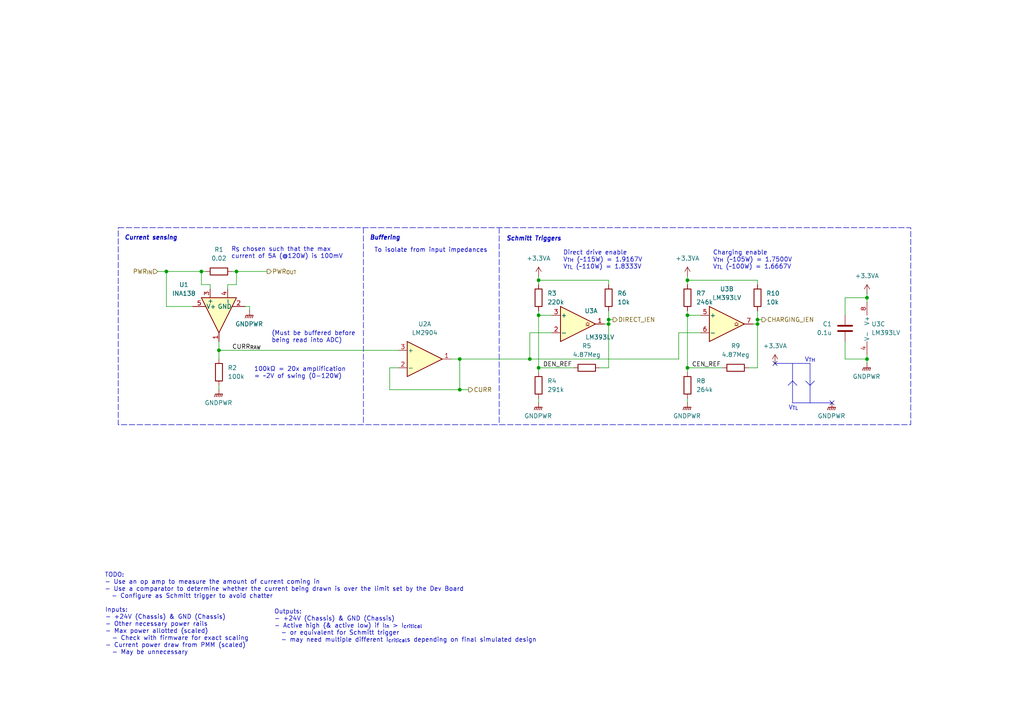
<source format=kicad_sch>
(kicad_sch (version 20231120) (generator "eeschema") (generator_version "8.0")
  (paper "A4")
  (title_block (title "Current Sensing") (date "2024-12-06") (rev "1") (company "UT Robomaster") (comment 1 "Robomaster"))
  (lib_symbols
    (symbol "! Robomaster ICs:LM393LV" (pin_names (offset 0.127))
      (property "Reference" "U" (at 3.81 3.81 0))
      (property "Value" "LM393LV" (at 6.35 -3.81 0))
      (symbol "LM393LV_1_1"
        (polyline (pts (xy -5.08 5.08) (xy 5.08 0) (xy -5.08 -5.08) (xy -5.08 5.08)) (stroke (width 0.254)) (fill (type background)))
        (polyline (pts (xy 3.302 -0.508) (xy 2.794 -0.508) (xy 3.302 0) (xy 2.794 0.508) (xy 2.286 0) (xy 2.794 -0.508) (xy 2.286 -0.508)) (stroke (width 0.127)))
        (pin open_collector line (at 7.62 0 180) (length 2.54) (name "~") (number "1"))
        (pin input line (at -7.62 -2.54 0) (length 2.54) (name "-") (number "2"))
        (pin input line (at -7.62 2.54 0) (length 2.54) (name "+") (number "3"))
      )
      (symbol "LM393LV_2_1"
        (polyline (pts (xy -5.08 5.08) (xy 5.08 0) (xy -5.08 -5.08) (xy -5.08 5.08)) (stroke (width 0.254)) (fill (type background)))
        (polyline (pts (xy 3.302 -0.508) (xy 2.794 -0.508) (xy 3.302 0) (xy 2.794 0.508) (xy 2.286 0) (xy 2.794 -0.508) (xy 2.286 -0.508)) (stroke (width 0.127)))
        (pin input line (at -7.62 2.54 0) (length 2.54) (name "+") (number "5"))
        (pin input line (at -7.62 -2.54 0) (length 2.54) (name "-") (number "6"))
        (pin open_collector line (at 7.62 0 180) (length 2.54) (name "~") (number "7"))
      )
      (symbol "LM393LV_3_1"
        (pin power_in line (at -2.54 -7.62 90) (length 3.81) (name "V-") (number "4"))
        (pin power_in line (at -2.54 7.62 270) (length 3.81) (name "V+") (number "8"))
      )
    )
    (symbol "Amplifier_Current:INA138" (pin_names (offset 0.127))
      (property "Reference" "U" (at 3.81 5.08 0))
      (property "Value" "INA138" (at 3.81 2.54 0))
      (symbol "INA138_0_1"
        (polyline (pts (xy -5.08 5.08) (xy 5.08 0) (xy -5.08 -5.08) (xy -5.08 5.08)) (stroke (width 0.254)) (fill (type background)))
      )
      (symbol "INA138_1_1"
        (pin output line (at 7.62 0 180) (length 2.54) (name "~") (number "1"))
        (pin power_in line (at -2.54 -7.62 90) (length 3.81) (name "GND") (number "2"))
        (pin input line (at -7.62 2.54 0) (length 2.54) (name "+") (number "3"))
        (pin input line (at -7.62 -2.54 0) (length 2.54) (name "-") (number "4"))
        (pin power_in line (at -2.54 7.62 270) (length 3.81) (name "V+") (number "5"))
      )
    )
    (symbol "Amplifier_Operational:LM2904" (pin_names (offset 0.127))
      (property "Reference" "U" (at 0 5.08 0))
      (property "Value" "LM2904" (at 0 -5.08 0))
      (symbol "LM2904_1_1"
        (polyline (pts (xy -5.08 5.08) (xy 5.08 0) (xy -5.08 -5.08) (xy -5.08 5.08)) (stroke (width 0.254)) (fill (type background)))
        (pin output line (at 7.62 0 180) (length 2.54) (name "~") (number "1"))
        (pin input line (at -7.62 -2.54 0) (length 2.54) (name "-") (number "2"))
        (pin input line (at -7.62 2.54 0) (length 2.54) (name "+") (number "3"))
      )
      (symbol "LM2904_2_1"
        (polyline (pts (xy -5.08 5.08) (xy 5.08 0) (xy -5.08 -5.08) (xy -5.08 5.08)) (stroke (width 0.254)) (fill (type background)))
        (pin input line (at -7.62 2.54 0) (length 2.54) (name "+") (number "5"))
        (pin input line (at -7.62 -2.54 0) (length 2.54) (name "-") (number "6"))
        (pin output line (at 7.62 0 180) (length 2.54) (name "~") (number "7"))
      )
      (symbol "LM2904_3_1"
        (pin power_in line (at -2.54 -7.62 90) (length 3.81) (name "V-") (number "4"))
        (pin power_in line (at -2.54 7.62 270) (length 3.81) (name "V+") (number "8"))
      )
    )
    (symbol "Device:C" (pin_numbers hide) (pin_names (offset 0.254))
      (property "Reference" "C" (at 0.635 2.54 0))
      (property "Value" "C" (at 0.635 -2.54 0))
      (symbol "C_0_1"
        (polyline (pts (xy -2.032 -0.762) (xy 2.032 -0.762)) (stroke (width 0.508)))
        (polyline (pts (xy -2.032 0.762) (xy 2.032 0.762)) (stroke (width 0.508)))
      )
      (symbol "C_1_1"
        (pin passive line (at 0 3.81 270) (length 2.794) (name "~") (number "1"))
        (pin passive line (at 0 -3.81 90) (length 2.794) (name "~") (number "2"))
      )
    )
    (symbol "Device:R" (pin_numbers hide) (pin_names (offset 0))
      (property "Reference" "R" (at 2.032 0 90))
      (property "Value" "R" (at 0 0 90))
      (symbol "R_0_1"
        (rectangle (start -1.016 -2.54) (end 1.016 2.54) (stroke (width 0.254)))
      )
      (symbol "R_1_1"
        (pin passive line (at 0 3.81 270) (length 1.27) (name "~") (number "1"))
        (pin passive line (at 0 -3.81 90) (length 1.27) (name "~") (number "2"))
      )
    )
    (symbol "power:+3.3VA" (power) (pin_numbers hide) (pin_names (offset 0) hide)
      (property "Value" "+3.3VA" (at 0 3.556 0))
      (symbol "+3.3VA_0_1"
        (polyline (pts (xy -0.762 1.27) (xy 0 2.54)))
        (polyline (pts (xy 0 0) (xy 0 2.54)))
        (polyline (pts (xy 0 2.54) (xy 0.762 1.27)))
      )
      (symbol "+3.3VA_1_1"
        (pin power_in line (at 0 0 90) (length 0) (name "~") (number "1"))
      )
    )
    (symbol "power:GNDPWR" (power) (pin_numbers hide) (pin_names (offset 0) hide)
      (property "Value" "GNDPWR" (at 0 -3.302 0))
      (symbol "GNDPWR_0_1"
        (polyline (pts (xy 0 -1.27) (xy 0 0)))
        (polyline (pts (xy -1.016 -1.27) (xy -1.27 -2.032) (xy -1.27 -2.032)) (stroke (width 0.2032)))
        (polyline (pts (xy -0.508 -1.27) (xy -0.762 -2.032) (xy -0.762 -2.032)) (stroke (width 0.2032)))
        (polyline (pts (xy 0 -1.27) (xy -0.254 -2.032) (xy -0.254 -2.032)) (stroke (width 0.2032)))
        (polyline (pts (xy 0.508 -1.27) (xy 0.254 -2.032) (xy 0.254 -2.032)) (stroke (width 0.2032)))
        (polyline (pts (xy 1.016 -1.27) (xy -1.016 -1.27) (xy -1.016 -1.27)) (stroke (width 0.2032)))
        (polyline (pts (xy 1.016 -1.27) (xy 0.762 -2.032) (xy 0.762 -2.032) (xy 0.762 -2.032)) (stroke (width 0.2032)))
      )
      (symbol "GNDPWR_1_1"
        (pin power_in line (at 0 0 270) (length 0) (name "~") (number "1"))
      )
    )
  )
  (junction (at 176.53 92.71))
  (junction (at 153.67 104.14))
  (junction (at 63.5 101.6))
  (junction (at 48.26 78.74))
  (junction (at 58.42 78.74))
  (junction (at 199.39 106.68))
  (junction (at 133.35 113.03))
  (junction (at 251.46 104.14))
  (junction (at 199.39 81.28))
  (junction (at 68.58 78.74))
  (junction (at 199.39 91.44))
  (junction (at 219.71 93.98))
  (junction (at 219.71 92.71))
  (junction (at 176.53 93.98))
  (junction (at 156.21 106.68))
  (junction (at 156.21 91.44))
  (junction (at 133.35 104.14))
  (junction (at 251.46 86.36))
  (junction (at 156.21 81.28))
  (no_connect (at 224.79 105.41))
  (no_connect (at 241.3 116.84))
  (wire (pts (xy 219.71 82.55) (xy 219.71 81.28)))
  (wire (pts (xy 48.26 78.74) (xy 58.42 78.74)))
  (wire (pts (xy 199.39 106.68) (xy 209.55 106.68)))
  (wire (pts (xy 72.39 88.9) (xy 71.12 88.9)))
  (polyline (pts (xy 105.41 66.04) (xy 105.41 123.19)) (stroke (width 0) (type dash)))
  (wire (pts (xy 176.53 93.98) (xy 176.53 106.68)))
  (wire (pts (xy 199.39 81.28) (xy 219.71 81.28)))
  (wire (pts (xy 251.46 102.87) (xy 251.46 104.14)))
  (wire (pts (xy 217.17 106.68) (xy 219.71 106.68)))
  (wire (pts (xy 199.39 80.01) (xy 199.39 81.28)))
  (wire (pts (xy 72.39 90.17) (xy 72.39 88.9)))
  (wire (pts (xy 67.31 78.74) (xy 68.58 78.74)))
  (wire (pts (xy 245.11 99.06) (xy 245.11 104.14)))
  (wire (pts (xy 175.26 93.98) (xy 176.53 93.98)))
  (wire (pts (xy 63.5 111.76) (xy 63.5 113.03)))
  (wire (pts (xy 196.85 104.14) (xy 196.85 96.52)))
  (wire (pts (xy 66.04 82.55) (xy 66.04 83.82)))
  (wire (pts (xy 199.39 106.68) (xy 199.39 107.95)))
  (wire (pts (xy 199.39 90.17) (xy 199.39 91.44)))
  (wire (pts (xy 245.11 104.14) (xy 251.46 104.14)))
  (wire (pts (xy 160.02 96.52) (xy 153.67 96.52)))
  (wire (pts (xy 251.46 86.36) (xy 251.46 87.63)))
  (wire (pts (xy 59.69 78.74) (xy 58.42 78.74)))
  (wire (pts (xy 68.58 78.74) (xy 68.58 82.55)))
  (wire (pts (xy 45.72 78.74) (xy 48.26 78.74)))
  (wire (pts (xy 133.35 104.14) (xy 130.81 104.14)))
  (wire (pts (xy 156.21 106.68) (xy 166.37 106.68)))
  (polyline (pts (xy 144.78 66.04) (xy 144.78 123.19)) (stroke (width 0) (type dash)))
  (wire (pts (xy 133.35 113.03) (xy 133.35 104.14)))
  (wire (pts (xy 63.5 101.6) (xy 115.57 101.6)))
  (wire (pts (xy 219.71 92.71) (xy 219.71 93.98)))
  (wire (pts (xy 199.39 91.44) (xy 199.39 106.68)))
  (wire (pts (xy 153.67 96.52) (xy 153.67 104.14)))
  (wire (pts (xy 153.67 104.14) (xy 196.85 104.14)))
  (wire (pts (xy 199.39 91.44) (xy 203.2 91.44)))
  (wire (pts (xy 48.26 88.9) (xy 48.26 78.74)))
  (wire (pts (xy 219.71 92.71) (xy 220.98 92.71)))
  (wire (pts (xy 68.58 78.74) (xy 77.47 78.74)))
  (polyline (pts (xy 233.68 110.49) (xy 234.95 111.76)))
  (wire (pts (xy 63.5 101.6) (xy 63.5 104.14)))
  (wire (pts (xy 58.42 82.55) (xy 60.96 82.55)))
  (polyline (pts (xy 228.6 111.76) (xy 229.87 110.49)))
  (wire (pts (xy 55.88 88.9) (xy 48.26 88.9)))
  (wire (pts (xy 113.03 106.68) (xy 113.03 113.03)))
  (wire (pts (xy 176.53 82.55) (xy 176.53 81.28)))
  (wire (pts (xy 63.5 99.06) (xy 63.5 101.6)))
  (wire (pts (xy 156.21 91.44) (xy 156.21 106.68)))
  (wire (pts (xy 196.85 96.52) (xy 203.2 96.52)))
  (wire (pts (xy 173.99 106.68) (xy 176.53 106.68)))
  (wire (pts (xy 156.21 106.68) (xy 156.21 107.95)))
  (wire (pts (xy 156.21 81.28) (xy 176.53 81.28)))
  (wire (pts (xy 68.58 82.55) (xy 66.04 82.55)))
  (wire (pts (xy 219.71 90.17) (xy 219.71 92.71)))
  (wire (pts (xy 199.39 115.57) (xy 199.39 116.84)))
  (wire (pts (xy 156.21 80.01) (xy 156.21 81.28)))
  (wire (pts (xy 60.96 82.55) (xy 60.96 83.82)))
  (wire (pts (xy 113.03 113.03) (xy 133.35 113.03)))
  (wire (pts (xy 219.71 93.98) (xy 219.71 106.68)))
  (polyline (pts (xy 229.87 105.41) (xy 229.87 116.84)))
  (wire (pts (xy 133.35 104.14) (xy 153.67 104.14)))
  (polyline (pts (xy 224.79 105.41) (xy 234.95 105.41)))
  (wire (pts (xy 245.11 86.36) (xy 245.11 91.44)))
  (polyline (pts (xy 229.87 116.84) (xy 241.3 116.84)))
  (wire (pts (xy 218.44 93.98) (xy 219.71 93.98)))
  (polyline (pts (xy 234.95 105.41) (xy 234.95 116.84)))
  (wire (pts (xy 176.53 92.71) (xy 177.8 92.71)))
  (wire (pts (xy 251.46 85.09) (xy 251.46 86.36)))
  (wire (pts (xy 156.21 115.57) (xy 156.21 116.84)))
  (wire (pts (xy 156.21 81.28) (xy 156.21 82.55)))
  (wire (pts (xy 156.21 90.17) (xy 156.21 91.44)))
  (wire (pts (xy 251.46 86.36) (xy 245.11 86.36)))
  (wire (pts (xy 156.21 91.44) (xy 160.02 91.44)))
  (wire (pts (xy 176.53 90.17) (xy 176.53 92.71)))
  (wire (pts (xy 58.42 82.55) (xy 58.42 78.74)))
  (wire (pts (xy 115.57 106.68) (xy 113.03 106.68)))
  (polyline (pts (xy 234.95 111.76) (xy 236.22 110.49)))
  (wire (pts (xy 133.35 113.03) (xy 135.89 113.03)))
  (wire (pts (xy 199.39 81.28) (xy 199.39 82.55)))
  (polyline (pts (xy 229.87 110.49) (xy 231.14 111.76)))
  (wire (pts (xy 251.46 104.14) (xy 251.46 105.41)))
  (wire (pts (xy 176.53 92.71) (xy 176.53 93.98)))
  (rectangle (start 34.29 66.04) (end 264.16 123.19) (stroke (width 0) (type dash)))
  (text "Inputs:\n- +24V (Chassis) & GND (Chassis)\n- Other necessary power rails\n- Max power allotted (scaled)\n  - Check with firmware for exact scaling\n- Current power draw from PMM (scaled)\n  - May be unnecessary" (at 30.48 176.276 0) (effects (font (size 1.27 1.27)) (justify left top)))
  (text "Schmitt Triggers" (at 146.812 68.58 0) (effects (font (size 1.27 1.27) (thickness 0.254) (bold yes) (italic yes)) (justify left top)))
  (text "100kΩ = 20x amplification\n= ~2V of swing (0-120W)" (at 73.66 106.426 0) (effects (font (size 1.27 1.27)) (justify left top)))
  (text "V_{TL}" (at 230.124 117.602 0) (effects (font (size 1.27 1.27)) (justify top)))
  (text "Outputs:\n- +24V (Chassis) & GND (Chassis)\n- Active high (& active low) if I_{in} > I_{critical}\n  - or equivalent for Schmitt trigger\n  - may need multiple different I_{critical}s depending on final simulated design" (at 79.502 176.784 0) (effects (font (size 1.27 1.27)) (justify left top)))
  (text "(Must be buffered before\nbeing read into ADC)" (at 78.74 97.79 0) (effects (font (size 1.27 1.27)) (justify left)))
  (text "R_{S} chosen such that the max\ncurrent of 5A (@120W) is 100mV" (at 67.056 73.406 0) (effects (font (size 1.27 1.27)) (justify left)))
  (text "TODO:\n- Use an op amp to measure the amount of current coming in\n- Use a comparator to determine whether the current being drawn is over the limit set by the Dev Board\n  - Configure as Schmitt trigger to avoid chatter" (at 30.353 166.116 0) (effects (font (size 1.27 1.27)) (justify left top)))
  (text "To isolate from input impedances" (at 124.968 71.882 0) (effects (font (size 1.27 1.27) (thickness 0.1588)) (justify top)))
  (text "Charging enable\nV_{TH} (~105W) = 1.7500V\nV_{TL} (~100W) = 1.6667V" (at 206.756 75.438 0) (effects (font (size 1.27 1.27)) (justify left)))
  (text "Buffering" (at 107.188 68.326 0) (effects (font (size 1.27 1.27) (thickness 0.254) (bold yes) (italic yes)) (justify left top)))
  (text "Direct drive enable\nV_{TH} (~115W) = 1.9167V\nV_{TL} (~110W) = 1.8333V" (at 163.322 75.438 0) (effects (font (size 1.27 1.27)) (justify left)))
  (text "V_{TH}" (at 234.95 105.156 0) (effects (font (size 1.27 1.27)) (justify bottom)))
  (text "Current sensing" (at 36.068 68.326 0) (effects (font (size 1.27 1.27) (thickness 0.254) (bold yes) (italic yes)) (justify left top)))
  (label "CEN_REF" (at 200.66 106.68 0))
  (label "DEN_REF" (at 157.48 106.68 0))
  (label "CURR_{RAW}" (at 67.31 101.6 0))
  (hierarchical_label "DIRECT_IEN" (shape output) (at 177.8 92.71 0))
  (hierarchical_label "CURR" (shape output) (at 135.89 113.03 0))
  (hierarchical_label "PWR_{OUT}" (shape output) (at 77.47 78.74 0))
  (hierarchical_label "CHARGING_IEN" (shape output) (at 220.98 92.71 0))
  (hierarchical_label "PWR_{IN}" (shape input) (at 45.72 78.74 180))
  (symbol (lib_id "Device:R") (at 63.5 78.74 90) (unit 1)
    (property "Reference" "R1" (at 63.5 72.39 90))
    (property "Value" "0.02" (at 63.5 74.93 90))
    (property "Footprint" "Resistor_SMD:R_0805_2012Metric_Pad1.20x1.40mm_HandSolder" (effects (hide yes)))
    (property "Description" "Resistor" (effects (hide yes)))
    (property "Mouser Part Number" "504-MFSA0805R0200FIM" (effects (hide yes)))
  )
  (symbol (lib_id "! Robomaster ICs:LM393LV") (at 210.82 93.98 0) (unit 2)
    (property "Reference" "U3" (at 210.82 83.82 0))
    (property "Value" "LM393LV" (at 210.82 86.36 0))
    (property "Footprint" "Package_SO:SOIC-8_3.9x4.9mm_P1.27mm" (effects (hide yes)))
    (property "Datasheet" "http://www.ti.com/lit/ds/symlink/lm393lv.pdf" (effects (hide yes)))
    (property "Description" "1.65-V to 5.5-V, low-voltage dual commodity comparator" (effects (hide yes)))
  )
  (symbol (lib_id "power:+3.3VA") (at 251.46 85.09 0) (unit 1)
    (property "Reference" "#PWR017" (effects (hide yes)))
    (property "Value" "+3.3VA" (at 251.46 80.01 0))
    (property "Description" "Power symbol creates a global label with name \"+3.3VA\"" (effects (hide yes)))
  )
  (symbol (lib_id "power:+3.3VA") (at 224.79 105.41 0) (unit 1)
    (property "Reference" "#PWR015" (effects (hide yes)))
    (property "Value" "+3.3VA" (at 224.79 100.33 0))
    (property "Description" "Power symbol creates a global label with name \"+3.3VA\"" (effects (hide yes)))
  )
  (symbol (lib_id "Device:R") (at 156.21 86.36 0) (unit 1)
    (property "Reference" "R3" (at 158.75 85.0899 0) (effects (justify left)))
    (property "Value" "220k" (at 158.75 87.6299 0) (effects (justify left)))
    (property "Footprint" "Resistor_SMD:R_0603_1608Metric_Pad0.98x0.95mm_HandSolder" (effects (hide yes)))
    (property "Description" "Resistor" (effects (hide yes)))
  )
  (symbol (lib_id "power:+3.3VA") (at 199.39 80.01 0) (unit 1)
    (property "Reference" "#PWR013" (effects (hide yes)))
    (property "Value" "+3.3VA" (at 199.39 74.93 0))
    (property "Description" "Power symbol creates a global label with name \"+3.3VA\"" (effects (hide yes)))
  )
  (symbol (lib_id "Device:R") (at 199.39 86.36 0) (unit 1)
    (property "Reference" "R7" (at 201.93 85.0899 0) (effects (justify left)))
    (property "Value" "246k" (at 201.93 87.6299 0) (effects (justify left)))
    (property "Footprint" "Resistor_SMD:R_0603_1608Metric_Pad0.98x0.95mm_HandSolder" (effects (hide yes)))
    (property "Description" "Resistor" (effects (hide yes)))
  )
  (symbol (lib_id "power:GNDPWR") (at 251.46 105.41 0) (unit 1)
    (property "Reference" "#PWR018" (effects (hide yes)))
    (property "Value" "GNDPWR" (at 251.333 109.22 0))
    (property "Description" "Power symbol creates a global label with name \"GNDPWR\" , global ground" (effects (hide yes)))
  )
  (symbol (lib_id "Device:C") (at 245.11 95.25 0) (mirror x) (unit 1)
    (property "Reference" "C1" (at 241.3 93.9799 0) (effects (justify right)))
    (property "Value" "0.1u" (at 241.3 96.5199 0) (effects (justify right)))
    (property "Description" "Unpolarized capacitor" (effects (hide yes)))
  )
  (symbol (lib_id "Device:R") (at 213.36 106.68 90) (unit 1)
    (property "Reference" "R9" (at 213.36 100.33 90))
    (property "Value" "4.87Meg" (at 213.36 102.87 90))
    (property "Footprint" "Resistor_SMD:R_0603_1608Metric_Pad0.98x0.95mm_HandSolder" (effects (hide yes)))
    (property "Description" "Resistor" (effects (hide yes)))
  )
  (symbol (lib_id "Device:R") (at 156.21 111.76 0) (unit 1)
    (property "Reference" "R4" (at 158.75 110.4899 0) (effects (justify left)))
    (property "Value" "291k" (at 158.75 113.0299 0) (effects (justify left)))
    (property "Footprint" "Resistor_SMD:R_0603_1608Metric_Pad0.98x0.95mm_HandSolder" (effects (hide yes)))
    (property "Description" "Resistor" (effects (hide yes)))
  )
  (symbol (lib_id "power:+3.3VA") (at 156.21 80.01 0) (unit 1)
    (property "Reference" "#PWR011" (effects (hide yes)))
    (property "Value" "+3.3VA" (at 156.21 74.93 0))
    (property "Description" "Power symbol creates a global label with name \"+3.3VA\"" (effects (hide yes)))
  )
  (symbol (lib_id "Device:R") (at 63.5 107.95 0) (unit 1)
    (property "Reference" "R2" (at 66.04 106.6799 0) (effects (justify left)))
    (property "Value" "100k" (at 66.04 109.2199 0) (effects (justify left)))
    (property "Footprint" "Resistor_SMD:R_0603_1608Metric_Pad0.98x0.95mm_HandSolder" (effects (hide yes)))
    (property "Description" "Resistor" (effects (hide yes)))
  )
  (symbol (lib_id "Device:R") (at 199.39 111.76 0) (unit 1)
    (property "Reference" "R8" (at 201.93 110.4899 0) (effects (justify left)))
    (property "Value" "264k" (at 201.93 113.0299 0) (effects (justify left)))
    (property "Footprint" "Resistor_SMD:R_0603_1608Metric_Pad0.98x0.95mm_HandSolder" (effects (hide yes)))
    (property "Description" "Resistor" (effects (hide yes)))
  )
  (symbol (lib_id "! Robomaster ICs:LM393LV") (at 254 95.25 0) (unit 3)
    (property "Reference" "U3" (at 252.73 93.9799 0) (effects (justify left)))
    (property "Value" "LM393LV" (at 252.73 96.5199 0) (effects (justify left)))
    (property "Footprint" "Package_SO:SOIC-8_3.9x4.9mm_P1.27mm" (effects (hide yes)))
    (property "Datasheet" "http://www.ti.com/lit/ds/symlink/lm393lv.pdf" (effects (hide yes)))
    (property "Description" "1.65-V to 5.5-V, low-voltage dual commodity comparator" (effects (hide yes)))
  )
  (symbol (lib_id "power:GNDPWR") (at 156.21 116.84 0) (unit 1)
    (property "Reference" "#PWR012" (effects (hide yes)))
    (property "Value" "GNDPWR" (at 156.083 120.65 0))
    (property "Description" "Power symbol creates a global label with name \"GNDPWR\" , global ground" (effects (hide yes)))
  )
  (symbol (lib_id "Device:R") (at 170.18 106.68 90) (unit 1)
    (property "Reference" "R5" (at 170.18 100.33 90))
    (property "Value" "4.87Meg" (at 170.18 102.87 90))
    (property "Footprint" "Resistor_SMD:R_0603_1608Metric_Pad0.98x0.95mm_HandSolder" (effects (hide yes)))
    (property "Description" "Resistor" (effects (hide yes)))
  )
  (symbol (lib_id "Amplifier_Current:INA138") (at 63.5 91.44 90) (mirror x) (unit 1)
    (property "Reference" "U1" (at 53.34 82.5814 90))
    (property "Value" "INA138" (at 53.34 85.1214 90))
    (property "Footprint" "Package_TO_SOT_SMD:SOT-23_Handsoldering" (effects (hide yes)))
    (property "Datasheet" "http://www.ti.com/lit/ds/symlink/ina138.pdf" (effects (hide yes)))
    (property "Description" "High-Side Measurement Current Shunt Monitor, 36V, SOT-23-5" (effects (hide yes)))
  )
  (symbol (lib_id "power:GNDPWR") (at 199.39 116.84 0) (unit 1)
    (property "Reference" "#PWR014" (effects (hide yes)))
    (property "Value" "GNDPWR" (at 199.263 120.65 0))
    (property "Description" "Power symbol creates a global label with name \"GNDPWR\" , global ground" (effects (hide yes)))
  )
  (symbol (lib_id "power:GNDPWR") (at 63.5 113.03 0) (unit 1)
    (property "Reference" "#PWR09" (effects (hide yes)))
    (property "Value" "GNDPWR" (at 63.373 116.84 0))
    (property "Description" "Power symbol creates a global label with name \"GNDPWR\" , global ground" (effects (hide yes)))
  )
  (symbol (lib_id "power:GNDPWR") (at 241.3 116.84 0) (unit 1)
    (property "Reference" "#PWR016" (effects (hide yes)))
    (property "Value" "GNDPWR" (at 241.173 120.65 0))
    (property "Description" "Power symbol creates a global label with name \"GNDPWR\" , global ground" (effects (hide yes)))
  )
  (symbol (lib_id "Device:R") (at 176.53 86.36 0) (unit 1)
    (property "Reference" "R6" (at 179.07 85.0899 0) (effects (justify left)))
    (property "Value" "10k" (at 179.07 87.6299 0) (effects (justify left)))
    (property "Footprint" "Resistor_SMD:R_0603_1608Metric_Pad0.98x0.95mm_HandSolder" (effects (hide yes)))
    (property "Description" "Resistor" (effects (hide yes)))
  )
  (symbol (lib_id "power:GNDPWR") (at 72.39 90.17 0) (unit 1)
    (property "Reference" "#PWR010" (effects (hide yes)))
    (property "Value" "GNDPWR" (at 72.263 93.98 0))
    (property "Description" "Power symbol creates a global label with name \"GNDPWR\" , global ground" (effects (hide yes)))
  )
  (symbol (lib_id "! Robomaster ICs:LM393LV") (at 167.64 93.98 0) (unit 1)
    (property "Reference" "U3" (at 171.45 90.17 0))
    (property "Value" "LM393LV" (at 173.99 97.79 0))
    (property "Footprint" "Package_SO:SOIC-8_3.9x4.9mm_P1.27mm" (effects (hide yes)))
    (property "Datasheet" "http://www.ti.com/lit/ds/symlink/lm393lv.pdf" (effects (hide yes)))
    (property "Description" "1.65-V to 5.5-V, low-voltage dual commodity comparator" (effects (hide yes)))
  )
  (symbol (lib_id "Device:R") (at 219.71 86.36 0) (unit 1)
    (property "Reference" "R10" (at 222.25 85.0899 0) (effects (justify left)))
    (property "Value" "10k" (at 222.25 87.6299 0) (effects (justify left)))
    (property "Footprint" "Resistor_SMD:R_0603_1608Metric_Pad0.98x0.95mm_HandSolder" (effects (hide yes)))
    (property "Description" "Resistor" (effects (hide yes)))
  )
  (symbol (lib_id "Amplifier_Operational:LM2904") (at 123.19 104.14 0) (unit 1)
    (property "Reference" "U2" (at 123.19 93.98 0))
    (property "Value" "LM2904" (at 123.19 96.52 0))
    (property "Footprint" "Package_SO:SOIC-8_3.9x4.9mm_P1.27mm" (effects (hide yes)))
    (property "Datasheet" "http://www.ti.com/lit/ds/symlink/lm358.pdf" (effects (hide yes)))
    (property "Description" "Dual Operational Amplifiers, DIP-8/SOIC-8/TSSOP-8/VSSOP-8" (effects (hide yes)))
  )
)
</source>
